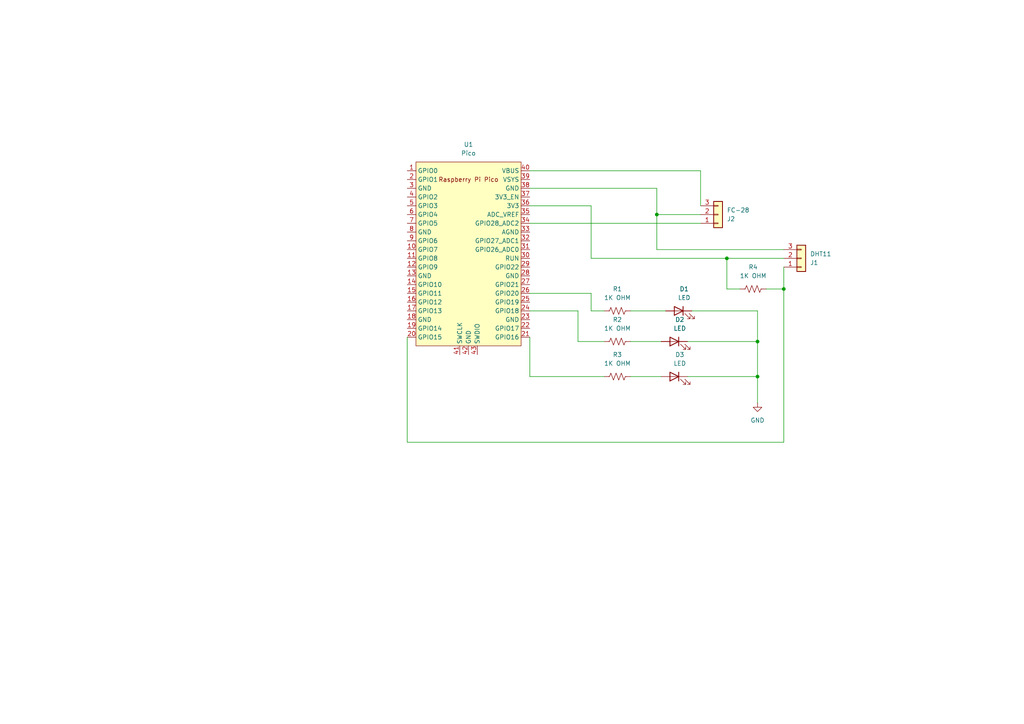
<source format=kicad_sch>
(kicad_sch (version 20230121) (generator eeschema)

  (uuid 6b9ca5d9-902b-4fb8-b4de-9e49acf269ba)

  (paper "A4")

  (lib_symbols
    (symbol "Connector_Generic:Conn_01x03" (pin_names (offset 1.016) hide) (in_bom yes) (on_board yes)
      (property "Reference" "J" (at 0 5.08 0)
        (effects (font (size 1.27 1.27)))
      )
      (property "Value" "Conn_01x03" (at 0 -5.08 0)
        (effects (font (size 1.27 1.27)))
      )
      (property "Footprint" "" (at 0 0 0)
        (effects (font (size 1.27 1.27)) hide)
      )
      (property "Datasheet" "~" (at 0 0 0)
        (effects (font (size 1.27 1.27)) hide)
      )
      (property "ki_keywords" "connector" (at 0 0 0)
        (effects (font (size 1.27 1.27)) hide)
      )
      (property "ki_description" "Generic connector, single row, 01x03, script generated (kicad-library-utils/schlib/autogen/connector/)" (at 0 0 0)
        (effects (font (size 1.27 1.27)) hide)
      )
      (property "ki_fp_filters" "Connector*:*_1x??_*" (at 0 0 0)
        (effects (font (size 1.27 1.27)) hide)
      )
      (symbol "Conn_01x03_1_1"
        (rectangle (start -1.27 -2.413) (end 0 -2.667)
          (stroke (width 0.1524) (type default))
          (fill (type none))
        )
        (rectangle (start -1.27 0.127) (end 0 -0.127)
          (stroke (width 0.1524) (type default))
          (fill (type none))
        )
        (rectangle (start -1.27 2.667) (end 0 2.413)
          (stroke (width 0.1524) (type default))
          (fill (type none))
        )
        (rectangle (start -1.27 3.81) (end 1.27 -3.81)
          (stroke (width 0.254) (type default))
          (fill (type background))
        )
        (pin passive line (at -5.08 2.54 0) (length 3.81)
          (name "Pin_1" (effects (font (size 1.27 1.27))))
          (number "1" (effects (font (size 1.27 1.27))))
        )
        (pin passive line (at -5.08 0 0) (length 3.81)
          (name "Pin_2" (effects (font (size 1.27 1.27))))
          (number "2" (effects (font (size 1.27 1.27))))
        )
        (pin passive line (at -5.08 -2.54 0) (length 3.81)
          (name "Pin_3" (effects (font (size 1.27 1.27))))
          (number "3" (effects (font (size 1.27 1.27))))
        )
      )
    )
    (symbol "Device:LED" (pin_numbers hide) (pin_names (offset 1.016) hide) (in_bom yes) (on_board yes)
      (property "Reference" "D" (at 0 2.54 0)
        (effects (font (size 1.27 1.27)))
      )
      (property "Value" "LED" (at 0 -2.54 0)
        (effects (font (size 1.27 1.27)))
      )
      (property "Footprint" "" (at 0 0 0)
        (effects (font (size 1.27 1.27)) hide)
      )
      (property "Datasheet" "~" (at 0 0 0)
        (effects (font (size 1.27 1.27)) hide)
      )
      (property "ki_keywords" "LED diode" (at 0 0 0)
        (effects (font (size 1.27 1.27)) hide)
      )
      (property "ki_description" "Light emitting diode" (at 0 0 0)
        (effects (font (size 1.27 1.27)) hide)
      )
      (property "ki_fp_filters" "LED* LED_SMD:* LED_THT:*" (at 0 0 0)
        (effects (font (size 1.27 1.27)) hide)
      )
      (symbol "LED_0_1"
        (polyline
          (pts
            (xy -1.27 -1.27)
            (xy -1.27 1.27)
          )
          (stroke (width 0.254) (type default))
          (fill (type none))
        )
        (polyline
          (pts
            (xy -1.27 0)
            (xy 1.27 0)
          )
          (stroke (width 0) (type default))
          (fill (type none))
        )
        (polyline
          (pts
            (xy 1.27 -1.27)
            (xy 1.27 1.27)
            (xy -1.27 0)
            (xy 1.27 -1.27)
          )
          (stroke (width 0.254) (type default))
          (fill (type none))
        )
        (polyline
          (pts
            (xy -3.048 -0.762)
            (xy -4.572 -2.286)
            (xy -3.81 -2.286)
            (xy -4.572 -2.286)
            (xy -4.572 -1.524)
          )
          (stroke (width 0) (type default))
          (fill (type none))
        )
        (polyline
          (pts
            (xy -1.778 -0.762)
            (xy -3.302 -2.286)
            (xy -2.54 -2.286)
            (xy -3.302 -2.286)
            (xy -3.302 -1.524)
          )
          (stroke (width 0) (type default))
          (fill (type none))
        )
      )
      (symbol "LED_1_1"
        (pin passive line (at -3.81 0 0) (length 2.54)
          (name "K" (effects (font (size 1.27 1.27))))
          (number "1" (effects (font (size 1.27 1.27))))
        )
        (pin passive line (at 3.81 0 180) (length 2.54)
          (name "A" (effects (font (size 1.27 1.27))))
          (number "2" (effects (font (size 1.27 1.27))))
        )
      )
    )
    (symbol "Device:R_US" (pin_numbers hide) (pin_names (offset 0)) (in_bom yes) (on_board yes)
      (property "Reference" "R" (at 2.54 0 90)
        (effects (font (size 1.27 1.27)))
      )
      (property "Value" "R_US" (at -2.54 0 90)
        (effects (font (size 1.27 1.27)))
      )
      (property "Footprint" "" (at 1.016 -0.254 90)
        (effects (font (size 1.27 1.27)) hide)
      )
      (property "Datasheet" "~" (at 0 0 0)
        (effects (font (size 1.27 1.27)) hide)
      )
      (property "ki_keywords" "R res resistor" (at 0 0 0)
        (effects (font (size 1.27 1.27)) hide)
      )
      (property "ki_description" "Resistor, US symbol" (at 0 0 0)
        (effects (font (size 1.27 1.27)) hide)
      )
      (property "ki_fp_filters" "R_*" (at 0 0 0)
        (effects (font (size 1.27 1.27)) hide)
      )
      (symbol "R_US_0_1"
        (polyline
          (pts
            (xy 0 -2.286)
            (xy 0 -2.54)
          )
          (stroke (width 0) (type default))
          (fill (type none))
        )
        (polyline
          (pts
            (xy 0 2.286)
            (xy 0 2.54)
          )
          (stroke (width 0) (type default))
          (fill (type none))
        )
        (polyline
          (pts
            (xy 0 -0.762)
            (xy 1.016 -1.143)
            (xy 0 -1.524)
            (xy -1.016 -1.905)
            (xy 0 -2.286)
          )
          (stroke (width 0) (type default))
          (fill (type none))
        )
        (polyline
          (pts
            (xy 0 0.762)
            (xy 1.016 0.381)
            (xy 0 0)
            (xy -1.016 -0.381)
            (xy 0 -0.762)
          )
          (stroke (width 0) (type default))
          (fill (type none))
        )
        (polyline
          (pts
            (xy 0 2.286)
            (xy 1.016 1.905)
            (xy 0 1.524)
            (xy -1.016 1.143)
            (xy 0 0.762)
          )
          (stroke (width 0) (type default))
          (fill (type none))
        )
      )
      (symbol "R_US_1_1"
        (pin passive line (at 0 3.81 270) (length 1.27)
          (name "~" (effects (font (size 1.27 1.27))))
          (number "1" (effects (font (size 1.27 1.27))))
        )
        (pin passive line (at 0 -3.81 90) (length 1.27)
          (name "~" (effects (font (size 1.27 1.27))))
          (number "2" (effects (font (size 1.27 1.27))))
        )
      )
    )
    (symbol "MCU_RaspberryPi_and_Boards:Pico" (in_bom yes) (on_board yes)
      (property "Reference" "U" (at -13.97 27.94 0)
        (effects (font (size 1.27 1.27)))
      )
      (property "Value" "Pico" (at 0 19.05 0)
        (effects (font (size 1.27 1.27)))
      )
      (property "Footprint" "RPi_Pico:RPi_Pico_SMD_TH" (at 0 0 90)
        (effects (font (size 1.27 1.27)) hide)
      )
      (property "Datasheet" "" (at 0 0 0)
        (effects (font (size 1.27 1.27)) hide)
      )
      (symbol "Pico_0_0"
        (text "Raspberry Pi Pico" (at 0 21.59 0)
          (effects (font (size 1.27 1.27)))
        )
      )
      (symbol "Pico_0_1"
        (rectangle (start -15.24 26.67) (end 15.24 -26.67)
          (stroke (width 0) (type default))
          (fill (type background))
        )
      )
      (symbol "Pico_1_1"
        (pin bidirectional line (at -17.78 24.13 0) (length 2.54)
          (name "GPIO0" (effects (font (size 1.27 1.27))))
          (number "1" (effects (font (size 1.27 1.27))))
        )
        (pin bidirectional line (at -17.78 1.27 0) (length 2.54)
          (name "GPIO7" (effects (font (size 1.27 1.27))))
          (number "10" (effects (font (size 1.27 1.27))))
        )
        (pin bidirectional line (at -17.78 -1.27 0) (length 2.54)
          (name "GPIO8" (effects (font (size 1.27 1.27))))
          (number "11" (effects (font (size 1.27 1.27))))
        )
        (pin bidirectional line (at -17.78 -3.81 0) (length 2.54)
          (name "GPIO9" (effects (font (size 1.27 1.27))))
          (number "12" (effects (font (size 1.27 1.27))))
        )
        (pin power_in line (at -17.78 -6.35 0) (length 2.54)
          (name "GND" (effects (font (size 1.27 1.27))))
          (number "13" (effects (font (size 1.27 1.27))))
        )
        (pin bidirectional line (at -17.78 -8.89 0) (length 2.54)
          (name "GPIO10" (effects (font (size 1.27 1.27))))
          (number "14" (effects (font (size 1.27 1.27))))
        )
        (pin bidirectional line (at -17.78 -11.43 0) (length 2.54)
          (name "GPIO11" (effects (font (size 1.27 1.27))))
          (number "15" (effects (font (size 1.27 1.27))))
        )
        (pin bidirectional line (at -17.78 -13.97 0) (length 2.54)
          (name "GPIO12" (effects (font (size 1.27 1.27))))
          (number "16" (effects (font (size 1.27 1.27))))
        )
        (pin bidirectional line (at -17.78 -16.51 0) (length 2.54)
          (name "GPIO13" (effects (font (size 1.27 1.27))))
          (number "17" (effects (font (size 1.27 1.27))))
        )
        (pin power_in line (at -17.78 -19.05 0) (length 2.54)
          (name "GND" (effects (font (size 1.27 1.27))))
          (number "18" (effects (font (size 1.27 1.27))))
        )
        (pin bidirectional line (at -17.78 -21.59 0) (length 2.54)
          (name "GPIO14" (effects (font (size 1.27 1.27))))
          (number "19" (effects (font (size 1.27 1.27))))
        )
        (pin bidirectional line (at -17.78 21.59 0) (length 2.54)
          (name "GPIO1" (effects (font (size 1.27 1.27))))
          (number "2" (effects (font (size 1.27 1.27))))
        )
        (pin bidirectional line (at -17.78 -24.13 0) (length 2.54)
          (name "GPIO15" (effects (font (size 1.27 1.27))))
          (number "20" (effects (font (size 1.27 1.27))))
        )
        (pin bidirectional line (at 17.78 -24.13 180) (length 2.54)
          (name "GPIO16" (effects (font (size 1.27 1.27))))
          (number "21" (effects (font (size 1.27 1.27))))
        )
        (pin bidirectional line (at 17.78 -21.59 180) (length 2.54)
          (name "GPIO17" (effects (font (size 1.27 1.27))))
          (number "22" (effects (font (size 1.27 1.27))))
        )
        (pin power_in line (at 17.78 -19.05 180) (length 2.54)
          (name "GND" (effects (font (size 1.27 1.27))))
          (number "23" (effects (font (size 1.27 1.27))))
        )
        (pin bidirectional line (at 17.78 -16.51 180) (length 2.54)
          (name "GPIO18" (effects (font (size 1.27 1.27))))
          (number "24" (effects (font (size 1.27 1.27))))
        )
        (pin bidirectional line (at 17.78 -13.97 180) (length 2.54)
          (name "GPIO19" (effects (font (size 1.27 1.27))))
          (number "25" (effects (font (size 1.27 1.27))))
        )
        (pin bidirectional line (at 17.78 -11.43 180) (length 2.54)
          (name "GPIO20" (effects (font (size 1.27 1.27))))
          (number "26" (effects (font (size 1.27 1.27))))
        )
        (pin bidirectional line (at 17.78 -8.89 180) (length 2.54)
          (name "GPIO21" (effects (font (size 1.27 1.27))))
          (number "27" (effects (font (size 1.27 1.27))))
        )
        (pin power_in line (at 17.78 -6.35 180) (length 2.54)
          (name "GND" (effects (font (size 1.27 1.27))))
          (number "28" (effects (font (size 1.27 1.27))))
        )
        (pin bidirectional line (at 17.78 -3.81 180) (length 2.54)
          (name "GPIO22" (effects (font (size 1.27 1.27))))
          (number "29" (effects (font (size 1.27 1.27))))
        )
        (pin power_in line (at -17.78 19.05 0) (length 2.54)
          (name "GND" (effects (font (size 1.27 1.27))))
          (number "3" (effects (font (size 1.27 1.27))))
        )
        (pin input line (at 17.78 -1.27 180) (length 2.54)
          (name "RUN" (effects (font (size 1.27 1.27))))
          (number "30" (effects (font (size 1.27 1.27))))
        )
        (pin bidirectional line (at 17.78 1.27 180) (length 2.54)
          (name "GPIO26_ADC0" (effects (font (size 1.27 1.27))))
          (number "31" (effects (font (size 1.27 1.27))))
        )
        (pin bidirectional line (at 17.78 3.81 180) (length 2.54)
          (name "GPIO27_ADC1" (effects (font (size 1.27 1.27))))
          (number "32" (effects (font (size 1.27 1.27))))
        )
        (pin power_in line (at 17.78 6.35 180) (length 2.54)
          (name "AGND" (effects (font (size 1.27 1.27))))
          (number "33" (effects (font (size 1.27 1.27))))
        )
        (pin bidirectional line (at 17.78 8.89 180) (length 2.54)
          (name "GPIO28_ADC2" (effects (font (size 1.27 1.27))))
          (number "34" (effects (font (size 1.27 1.27))))
        )
        (pin power_in line (at 17.78 11.43 180) (length 2.54)
          (name "ADC_VREF" (effects (font (size 1.27 1.27))))
          (number "35" (effects (font (size 1.27 1.27))))
        )
        (pin power_in line (at 17.78 13.97 180) (length 2.54)
          (name "3V3" (effects (font (size 1.27 1.27))))
          (number "36" (effects (font (size 1.27 1.27))))
        )
        (pin input line (at 17.78 16.51 180) (length 2.54)
          (name "3V3_EN" (effects (font (size 1.27 1.27))))
          (number "37" (effects (font (size 1.27 1.27))))
        )
        (pin bidirectional line (at 17.78 19.05 180) (length 2.54)
          (name "GND" (effects (font (size 1.27 1.27))))
          (number "38" (effects (font (size 1.27 1.27))))
        )
        (pin power_in line (at 17.78 21.59 180) (length 2.54)
          (name "VSYS" (effects (font (size 1.27 1.27))))
          (number "39" (effects (font (size 1.27 1.27))))
        )
        (pin bidirectional line (at -17.78 16.51 0) (length 2.54)
          (name "GPIO2" (effects (font (size 1.27 1.27))))
          (number "4" (effects (font (size 1.27 1.27))))
        )
        (pin power_in line (at 17.78 24.13 180) (length 2.54)
          (name "VBUS" (effects (font (size 1.27 1.27))))
          (number "40" (effects (font (size 1.27 1.27))))
        )
        (pin input line (at -2.54 -29.21 90) (length 2.54)
          (name "SWCLK" (effects (font (size 1.27 1.27))))
          (number "41" (effects (font (size 1.27 1.27))))
        )
        (pin power_in line (at 0 -29.21 90) (length 2.54)
          (name "GND" (effects (font (size 1.27 1.27))))
          (number "42" (effects (font (size 1.27 1.27))))
        )
        (pin bidirectional line (at 2.54 -29.21 90) (length 2.54)
          (name "SWDIO" (effects (font (size 1.27 1.27))))
          (number "43" (effects (font (size 1.27 1.27))))
        )
        (pin bidirectional line (at -17.78 13.97 0) (length 2.54)
          (name "GPIO3" (effects (font (size 1.27 1.27))))
          (number "5" (effects (font (size 1.27 1.27))))
        )
        (pin bidirectional line (at -17.78 11.43 0) (length 2.54)
          (name "GPIO4" (effects (font (size 1.27 1.27))))
          (number "6" (effects (font (size 1.27 1.27))))
        )
        (pin bidirectional line (at -17.78 8.89 0) (length 2.54)
          (name "GPIO5" (effects (font (size 1.27 1.27))))
          (number "7" (effects (font (size 1.27 1.27))))
        )
        (pin power_in line (at -17.78 6.35 0) (length 2.54)
          (name "GND" (effects (font (size 1.27 1.27))))
          (number "8" (effects (font (size 1.27 1.27))))
        )
        (pin bidirectional line (at -17.78 3.81 0) (length 2.54)
          (name "GPIO6" (effects (font (size 1.27 1.27))))
          (number "9" (effects (font (size 1.27 1.27))))
        )
      )
    )
    (symbol "power:GND" (power) (pin_names (offset 0)) (in_bom yes) (on_board yes)
      (property "Reference" "#PWR" (at 0 -6.35 0)
        (effects (font (size 1.27 1.27)) hide)
      )
      (property "Value" "GND" (at 0 -3.81 0)
        (effects (font (size 1.27 1.27)))
      )
      (property "Footprint" "" (at 0 0 0)
        (effects (font (size 1.27 1.27)) hide)
      )
      (property "Datasheet" "" (at 0 0 0)
        (effects (font (size 1.27 1.27)) hide)
      )
      (property "ki_keywords" "global power" (at 0 0 0)
        (effects (font (size 1.27 1.27)) hide)
      )
      (property "ki_description" "Power symbol creates a global label with name \"GND\" , ground" (at 0 0 0)
        (effects (font (size 1.27 1.27)) hide)
      )
      (symbol "GND_0_1"
        (polyline
          (pts
            (xy 0 0)
            (xy 0 -1.27)
            (xy 1.27 -1.27)
            (xy 0 -2.54)
            (xy -1.27 -1.27)
            (xy 0 -1.27)
          )
          (stroke (width 0) (type default))
          (fill (type none))
        )
      )
      (symbol "GND_1_1"
        (pin power_in line (at 0 0 270) (length 0) hide
          (name "GND" (effects (font (size 1.27 1.27))))
          (number "1" (effects (font (size 1.27 1.27))))
        )
      )
    )
  )

  (junction (at 210.82 74.93) (diameter 0) (color 0 0 0 0)
    (uuid 05f65396-3224-4112-bee7-b52df50076f6)
  )
  (junction (at 227.33 83.82) (diameter 0) (color 0 0 0 0)
    (uuid 44bc9906-996c-4110-bf6f-1d0ea4b0cb28)
  )
  (junction (at 219.71 99.06) (diameter 0) (color 0 0 0 0)
    (uuid 87ae4cd9-b851-461d-b097-2d32d4bf0c2e)
  )
  (junction (at 219.71 109.22) (diameter 0) (color 0 0 0 0)
    (uuid e4d8d5dc-4bf3-4bde-b467-0880570e4ef4)
  )
  (junction (at 190.5 62.23) (diameter 0) (color 0 0 0 0)
    (uuid ff5bafb0-e923-4d23-819e-dbc1d7043283)
  )

  (wire (pts (xy 190.5 54.61) (xy 190.5 62.23))
    (stroke (width 0) (type default))
    (uuid 25d340d3-ccf1-485a-812a-e25c2ba70ebd)
  )
  (wire (pts (xy 182.88 90.17) (xy 193.04 90.17))
    (stroke (width 0) (type default))
    (uuid 3ce69648-ce2b-4df3-a357-1b2fc9af8637)
  )
  (wire (pts (xy 167.64 90.17) (xy 167.64 99.06))
    (stroke (width 0) (type default))
    (uuid 443d0e67-29ea-481e-b27b-26a74e063fce)
  )
  (wire (pts (xy 153.67 85.09) (xy 171.45 85.09))
    (stroke (width 0) (type default))
    (uuid 470224d8-7376-4e06-b6b5-fce8a92459b1)
  )
  (wire (pts (xy 199.39 99.06) (xy 219.71 99.06))
    (stroke (width 0) (type default))
    (uuid 4f04cbe9-00e6-480f-8d26-b6fb71309da9)
  )
  (wire (pts (xy 210.82 74.93) (xy 227.33 74.93))
    (stroke (width 0) (type default))
    (uuid 5679bbab-922f-46ea-be15-f9aae8cefa67)
  )
  (wire (pts (xy 227.33 72.39) (xy 190.5 72.39))
    (stroke (width 0) (type default))
    (uuid 5ee3a0c3-5ae0-4358-bb77-dfd1c05985f9)
  )
  (wire (pts (xy 171.45 90.17) (xy 175.26 90.17))
    (stroke (width 0) (type default))
    (uuid 78e5b62c-d499-4f50-a497-f0a8e9fa0e58)
  )
  (wire (pts (xy 118.11 128.27) (xy 118.11 97.79))
    (stroke (width 0) (type default))
    (uuid 79151a61-eef4-4a04-9515-5de76688b00f)
  )
  (wire (pts (xy 167.64 99.06) (xy 175.26 99.06))
    (stroke (width 0) (type default))
    (uuid 7fa64828-c681-4a7f-b8d8-914373354ed2)
  )
  (wire (pts (xy 222.25 83.82) (xy 227.33 83.82))
    (stroke (width 0) (type default))
    (uuid 86f3d1b0-3dc5-45a5-abdc-d53748448765)
  )
  (wire (pts (xy 182.88 109.22) (xy 191.77 109.22))
    (stroke (width 0) (type default))
    (uuid 8e6093c7-acca-4538-85f9-9a12e1eda32c)
  )
  (wire (pts (xy 227.33 77.47) (xy 227.33 83.82))
    (stroke (width 0) (type default))
    (uuid 9444f489-e36d-4fe2-ae4e-c63974b9d230)
  )
  (wire (pts (xy 219.71 90.17) (xy 219.71 99.06))
    (stroke (width 0) (type default))
    (uuid 95859e69-4f67-4c98-8b15-19564bf8e84d)
  )
  (wire (pts (xy 203.2 49.53) (xy 203.2 59.69))
    (stroke (width 0) (type default))
    (uuid 979a71dd-e73f-4361-80d4-f9fec0baf748)
  )
  (wire (pts (xy 171.45 74.93) (xy 171.45 59.69))
    (stroke (width 0) (type default))
    (uuid aba214ce-c737-4e34-8e5d-7248b94e2723)
  )
  (wire (pts (xy 153.67 109.22) (xy 153.67 97.79))
    (stroke (width 0) (type default))
    (uuid af91fcdd-a79e-4121-89b9-b4c60d75eaec)
  )
  (wire (pts (xy 210.82 74.93) (xy 210.82 83.82))
    (stroke (width 0) (type default))
    (uuid b4e8c096-2b9e-45db-95bf-d94dea8f1f98)
  )
  (wire (pts (xy 171.45 85.09) (xy 171.45 90.17))
    (stroke (width 0) (type default))
    (uuid b9637971-df4a-420e-8d35-0d7903bc49d5)
  )
  (wire (pts (xy 219.71 109.22) (xy 219.71 116.84))
    (stroke (width 0) (type default))
    (uuid b96bd234-e5c5-4553-af15-c174e1792097)
  )
  (wire (pts (xy 219.71 99.06) (xy 219.71 109.22))
    (stroke (width 0) (type default))
    (uuid bb86669a-62d7-41d7-87bb-19b4cb914f36)
  )
  (wire (pts (xy 191.77 99.06) (xy 182.88 99.06))
    (stroke (width 0) (type default))
    (uuid bbeb8d9a-a663-488e-84c2-ac6046245198)
  )
  (wire (pts (xy 210.82 74.93) (xy 171.45 74.93))
    (stroke (width 0) (type default))
    (uuid c2612eec-f239-47cf-ab64-28ff7f6b59b9)
  )
  (wire (pts (xy 153.67 49.53) (xy 203.2 49.53))
    (stroke (width 0) (type default))
    (uuid cc025d0d-d6c0-4b79-bd6c-22d8fbac2bcd)
  )
  (wire (pts (xy 199.39 109.22) (xy 219.71 109.22))
    (stroke (width 0) (type default))
    (uuid d41e619e-eb54-4923-9376-7bb608c59b42)
  )
  (wire (pts (xy 175.26 109.22) (xy 153.67 109.22))
    (stroke (width 0) (type default))
    (uuid d8be3cc4-b4ef-4391-a601-e6b87f5e0902)
  )
  (wire (pts (xy 153.67 54.61) (xy 190.5 54.61))
    (stroke (width 0) (type default))
    (uuid e04bfaea-1b61-477d-9a76-9ca2f1c0534e)
  )
  (wire (pts (xy 190.5 72.39) (xy 190.5 62.23))
    (stroke (width 0) (type default))
    (uuid e25f56aa-f449-4195-b97a-366cda191950)
  )
  (wire (pts (xy 153.67 90.17) (xy 167.64 90.17))
    (stroke (width 0) (type default))
    (uuid e41807e1-2ea1-42aa-ae03-f25bbcbbbdb5)
  )
  (wire (pts (xy 210.82 83.82) (xy 214.63 83.82))
    (stroke (width 0) (type default))
    (uuid e43cbf76-15b1-45aa-8aa8-89ca65fe07b3)
  )
  (wire (pts (xy 190.5 62.23) (xy 203.2 62.23))
    (stroke (width 0) (type default))
    (uuid ec15fb78-94de-47c1-b34b-c325430ed8bf)
  )
  (wire (pts (xy 227.33 128.27) (xy 118.11 128.27))
    (stroke (width 0) (type default))
    (uuid ee5225aa-e2e0-401a-bf12-99e851933b7e)
  )
  (wire (pts (xy 200.66 90.17) (xy 219.71 90.17))
    (stroke (width 0) (type default))
    (uuid f04d71f4-6276-4b75-84a9-db6e88c99c1d)
  )
  (wire (pts (xy 227.33 83.82) (xy 227.33 128.27))
    (stroke (width 0) (type default))
    (uuid f4e89bcc-6077-43df-be42-dd1fed205770)
  )
  (wire (pts (xy 153.67 64.77) (xy 203.2 64.77))
    (stroke (width 0) (type default))
    (uuid f6653163-aa3a-47d3-807a-214a343a72d7)
  )
  (wire (pts (xy 171.45 59.69) (xy 153.67 59.69))
    (stroke (width 0) (type default))
    (uuid fb8727f1-42bc-4af0-be08-f364a2ba5717)
  )

  (symbol (lib_id "Device:R_US") (at 218.44 83.82 270) (unit 1)
    (in_bom yes) (on_board yes) (dnp no) (fields_autoplaced)
    (uuid 22b888fd-2dfe-42df-89ee-903a3aa54730)
    (property "Reference" "R4" (at 218.44 77.47 90)
      (effects (font (size 1.27 1.27)))
    )
    (property "Value" "1K OHM" (at 218.44 80.01 90)
      (effects (font (size 1.27 1.27)))
    )
    (property "Footprint" "Resistor_SMD:R_1206_3216Metric_Pad1.30x1.75mm_HandSolder" (at 218.186 84.836 90)
      (effects (font (size 1.27 1.27)) hide)
    )
    (property "Datasheet" "~" (at 218.44 83.82 0)
      (effects (font (size 1.27 1.27)) hide)
    )
    (pin "1" (uuid 3967080e-026c-4157-84bc-dfe1e5ee58e0))
    (pin "2" (uuid 25bd59ee-1353-40e3-99aa-de5a78bc5a5d))
    (instances
      (project "Placa-Miragüa-v1.0"
        (path "/6b9ca5d9-902b-4fb8-b4de-9e49acf269ba"
          (reference "R4") (unit 1)
        )
      )
    )
  )

  (symbol (lib_id "Device:LED") (at 195.58 99.06 0) (mirror y) (unit 1)
    (in_bom yes) (on_board yes) (dnp no) (fields_autoplaced)
    (uuid 2712b7f7-dba4-4faf-86de-f927f87b9252)
    (property "Reference" "D2" (at 197.1675 92.71 0)
      (effects (font (size 1.27 1.27)))
    )
    (property "Value" "LED" (at 197.1675 95.25 0)
      (effects (font (size 1.27 1.27)))
    )
    (property "Footprint" "LED_SMD:LED_1210_3225Metric_Pad1.42x2.65mm_HandSolder" (at 195.58 99.06 0)
      (effects (font (size 1.27 1.27)) hide)
    )
    (property "Datasheet" "~" (at 195.58 99.06 0)
      (effects (font (size 1.27 1.27)) hide)
    )
    (pin "1" (uuid 09fee969-0765-461f-8542-8ea1a5c69f8c))
    (pin "2" (uuid 2a8496c4-d7be-4d11-bd94-bdb4049d1fd4))
    (instances
      (project "Placa-Miragüa-v1.0"
        (path "/6b9ca5d9-902b-4fb8-b4de-9e49acf269ba"
          (reference "D2") (unit 1)
        )
      )
    )
  )

  (symbol (lib_id "Connector_Generic:Conn_01x03") (at 232.41 74.93 0) (mirror x) (unit 1)
    (in_bom yes) (on_board yes) (dnp no)
    (uuid 37794471-d1ec-4384-b281-da39e731086c)
    (property "Reference" "J1" (at 234.95 76.2 0)
      (effects (font (size 1.27 1.27)) (justify left))
    )
    (property "Value" "DHT11" (at 234.95 73.66 0)
      (effects (font (size 1.27 1.27)) (justify left))
    )
    (property "Footprint" "TerminalBlock:TerminalBlock_bornier-3_P5.08mm" (at 232.41 74.93 0)
      (effects (font (size 1.27 1.27)) hide)
    )
    (property "Datasheet" "~" (at 232.41 74.93 0)
      (effects (font (size 1.27 1.27)) hide)
    )
    (pin "1" (uuid 81091ecd-6efe-44b1-987a-bdcd63e0ceed))
    (pin "3" (uuid 377e98c4-4854-4c96-a267-7586983f5943))
    (pin "2" (uuid e34619cb-9ede-42aa-9b27-b7ca5998f875))
    (instances
      (project "Placa-Miragüa-v1.0"
        (path "/6b9ca5d9-902b-4fb8-b4de-9e49acf269ba"
          (reference "J1") (unit 1)
        )
      )
    )
  )

  (symbol (lib_id "Device:LED") (at 196.85 90.17 0) (mirror y) (unit 1)
    (in_bom yes) (on_board yes) (dnp no) (fields_autoplaced)
    (uuid 596361f0-7e5b-4770-acf5-0408552f5e37)
    (property "Reference" "D1" (at 198.4375 83.82 0)
      (effects (font (size 1.27 1.27)))
    )
    (property "Value" "LED" (at 198.4375 86.36 0)
      (effects (font (size 1.27 1.27)))
    )
    (property "Footprint" "LED_SMD:LED_1210_3225Metric_Pad1.42x2.65mm_HandSolder" (at 196.85 90.17 0)
      (effects (font (size 1.27 1.27)) hide)
    )
    (property "Datasheet" "~" (at 196.85 90.17 0)
      (effects (font (size 1.27 1.27)) hide)
    )
    (pin "1" (uuid 06d4fd04-3ba4-4f8f-8e90-f3aaccc74e93))
    (pin "2" (uuid 5f366880-6280-4c15-ad8d-2aac2e9c37fe))
    (instances
      (project "Placa-Miragüa-v1.0"
        (path "/6b9ca5d9-902b-4fb8-b4de-9e49acf269ba"
          (reference "D1") (unit 1)
        )
      )
    )
  )

  (symbol (lib_id "Device:R_US") (at 179.07 90.17 270) (unit 1)
    (in_bom yes) (on_board yes) (dnp no) (fields_autoplaced)
    (uuid 7a903a52-d48e-4a9d-9dd5-e7c024b1d681)
    (property "Reference" "R1" (at 179.07 83.82 90)
      (effects (font (size 1.27 1.27)))
    )
    (property "Value" "1K OHM" (at 179.07 86.36 90)
      (effects (font (size 1.27 1.27)))
    )
    (property "Footprint" "Resistor_SMD:R_1206_3216Metric_Pad1.30x1.75mm_HandSolder" (at 178.816 91.186 90)
      (effects (font (size 1.27 1.27)) hide)
    )
    (property "Datasheet" "~" (at 179.07 90.17 0)
      (effects (font (size 1.27 1.27)) hide)
    )
    (pin "1" (uuid 4137e759-0ff5-4396-9e30-d34082955bec))
    (pin "2" (uuid 6807ea96-cfea-462b-8c26-864209d25369))
    (instances
      (project "Placa-Miragüa-v1.0"
        (path "/6b9ca5d9-902b-4fb8-b4de-9e49acf269ba"
          (reference "R1") (unit 1)
        )
      )
    )
  )

  (symbol (lib_id "MCU_RaspberryPi_and_Boards:Pico") (at 135.89 73.66 0) (unit 1)
    (in_bom yes) (on_board yes) (dnp no) (fields_autoplaced)
    (uuid 8b963170-25ef-4094-8fe1-5957dad684b1)
    (property "Reference" "U1" (at 135.89 41.91 0)
      (effects (font (size 1.27 1.27)))
    )
    (property "Value" "Pico" (at 135.89 44.45 0)
      (effects (font (size 1.27 1.27)))
    )
    (property "Footprint" "Librerias-RPI:RPi_Pico_SMD_TH" (at 135.89 73.66 90)
      (effects (font (size 1.27 1.27)) hide)
    )
    (property "Datasheet" "" (at 135.89 73.66 0)
      (effects (font (size 1.27 1.27)) hide)
    )
    (pin "6" (uuid f3d9134b-5088-4832-ba73-97e37893f8ac))
    (pin "2" (uuid 6c37df00-66c6-4276-b4ab-fb8b21385ff2))
    (pin "17" (uuid 97a4bff0-f219-4be9-b94b-b724701d8a1a))
    (pin "24" (uuid a6d78c85-5844-4a94-9ef1-77bcaa2cb8b9))
    (pin "8" (uuid 9ff385a5-5ee3-417c-8ade-99fba93c6222))
    (pin "20" (uuid 0e5cbea6-1977-419b-ac6a-86ee9182a5b4))
    (pin "15" (uuid a7ebcf9e-89f5-4b1b-b603-d8172ae73a9c))
    (pin "21" (uuid 2f269afa-056b-4619-bc7c-17c278943fbc))
    (pin "13" (uuid 438aba47-7dc4-4b67-8678-a4f891a8d52c))
    (pin "31" (uuid 4f5203d8-fcc1-4432-89ec-29841a2c815b))
    (pin "36" (uuid 928a794c-94c0-40a4-8f0b-3e7482ab1568))
    (pin "38" (uuid eb72efc4-24da-4968-b933-0fee5e6d5437))
    (pin "1" (uuid f3f3a5d0-ca3d-4b81-a28d-b9bca7cd9913))
    (pin "11" (uuid 4a54d921-a05d-4e3a-b202-4c69e85fb427))
    (pin "39" (uuid c86727c0-35b2-4aa6-8e79-fcd52dea3d8e))
    (pin "30" (uuid 5b7c72be-8be4-4f0e-81d0-a10ad7078a20))
    (pin "41" (uuid 7e6b64af-1314-48f0-bf76-57ec548a473b))
    (pin "4" (uuid c2b8fd29-23d5-422b-868b-593bde564202))
    (pin "29" (uuid 24773f6c-7d62-4520-9e0b-00397a690406))
    (pin "3" (uuid b605d99f-4a85-43b4-95f7-637de0e3e634))
    (pin "40" (uuid a1fb80cc-041a-4e1a-ba62-20af56bfeca7))
    (pin "14" (uuid 7708eca9-398a-4424-bd88-c36203625e3c))
    (pin "32" (uuid 4d20af88-41a0-4ad7-80c7-77f6b39b27e7))
    (pin "22" (uuid ee069746-2abf-4f9c-98d2-f816b0c6e247))
    (pin "28" (uuid 18f357dc-7e1b-4b24-ba4a-5c4b133252a0))
    (pin "7" (uuid cfb733ef-ac13-424a-a93d-aa70296ff6cd))
    (pin "10" (uuid ca2376b2-7a61-4005-a1ec-87f48d63c0f8))
    (pin "37" (uuid 75b3bc7c-c64d-45a3-92f2-8d68e9eed380))
    (pin "9" (uuid e1aebf6f-7fbb-44e6-bf9c-d6fb6d8c9e1b))
    (pin "12" (uuid 1fad1cf4-0eb8-49c1-8c19-1ef1b6d44cda))
    (pin "27" (uuid 19ea4fc3-e8eb-46a6-be9a-63c310f622c1))
    (pin "35" (uuid 37bb742b-b03e-4cf7-bf25-30f38d977fb8))
    (pin "5" (uuid f66a5b8e-5c6e-490a-8cc7-d01adebf74ec))
    (pin "23" (uuid 5a602a7f-6d7e-4385-aaf5-51b541b2cb20))
    (pin "25" (uuid c734714c-2e90-4ec5-b9ba-1771cb67490f))
    (pin "43" (uuid b2d70db6-3cc2-4b1b-acd8-15440557c9b7))
    (pin "19" (uuid 65c9913e-a402-4de2-a54f-591b7e2fca2e))
    (pin "16" (uuid 9a353c0a-e3c0-4207-8038-04b29bb69e4d))
    (pin "33" (uuid 8590c895-6cc7-4882-9088-a3c7eb0c9e07))
    (pin "26" (uuid 416fe9dd-d0c1-4e5c-a8f6-97fc62c559b3))
    (pin "34" (uuid 5b0e35ad-790e-493d-a0e8-d5a655330ba6))
    (pin "18" (uuid 3ea79cb6-849e-4707-a439-adcc31541325))
    (pin "42" (uuid a7a02732-36f1-4f05-a312-5ce74c40a112))
    (instances
      (project "Placa-Miragüa-v1.0"
        (path "/6b9ca5d9-902b-4fb8-b4de-9e49acf269ba"
          (reference "U1") (unit 1)
        )
      )
    )
  )

  (symbol (lib_id "Device:LED") (at 195.58 109.22 0) (mirror y) (unit 1)
    (in_bom yes) (on_board yes) (dnp no) (fields_autoplaced)
    (uuid 9287b3f2-94ee-4379-a255-9606656ea1e5)
    (property "Reference" "D3" (at 197.1675 102.87 0)
      (effects (font (size 1.27 1.27)))
    )
    (property "Value" "LED" (at 197.1675 105.41 0)
      (effects (font (size 1.27 1.27)))
    )
    (property "Footprint" "LED_SMD:LED_1210_3225Metric_Pad1.42x2.65mm_HandSolder" (at 195.58 109.22 0)
      (effects (font (size 1.27 1.27)) hide)
    )
    (property "Datasheet" "~" (at 195.58 109.22 0)
      (effects (font (size 1.27 1.27)) hide)
    )
    (pin "1" (uuid f5572d5d-e843-4455-8bec-99fd6ec4e2a9))
    (pin "2" (uuid b1221121-f1f6-4b24-a1b7-21d992e76fd2))
    (instances
      (project "Placa-Miragüa-v1.0"
        (path "/6b9ca5d9-902b-4fb8-b4de-9e49acf269ba"
          (reference "D3") (unit 1)
        )
      )
    )
  )

  (symbol (lib_id "Device:R_US") (at 179.07 109.22 270) (unit 1)
    (in_bom yes) (on_board yes) (dnp no) (fields_autoplaced)
    (uuid 9f331f43-71af-48d9-8fb1-2356567aaa23)
    (property "Reference" "R3" (at 179.07 102.87 90)
      (effects (font (size 1.27 1.27)))
    )
    (property "Value" "1K OHM" (at 179.07 105.41 90)
      (effects (font (size 1.27 1.27)))
    )
    (property "Footprint" "Resistor_SMD:R_1206_3216Metric_Pad1.30x1.75mm_HandSolder" (at 178.816 110.236 90)
      (effects (font (size 1.27 1.27)) hide)
    )
    (property "Datasheet" "~" (at 179.07 109.22 0)
      (effects (font (size 1.27 1.27)) hide)
    )
    (pin "1" (uuid 274b39e9-def5-4b96-b764-674853a0513a))
    (pin "2" (uuid abfe5972-d275-4778-9f0c-7ed24a84b1c4))
    (instances
      (project "Placa-Miragüa-v1.0"
        (path "/6b9ca5d9-902b-4fb8-b4de-9e49acf269ba"
          (reference "R3") (unit 1)
        )
      )
    )
  )

  (symbol (lib_id "power:GND") (at -52.07 135.89 0) (unit 1)
    (in_bom yes) (on_board yes) (dnp no) (fields_autoplaced)
    (uuid b2d5449f-d893-4416-807e-a86ef45e1fa5)
    (property "Reference" "#PWR01" (at -52.07 142.24 0)
      (effects (font (size 1.27 1.27)) hide)
    )
    (property "Value" "GND" (at -52.07 140.97 0)
      (effects (font (size 1.27 1.27)))
    )
    (property "Footprint" "" (at -52.07 135.89 0)
      (effects (font (size 1.27 1.27)) hide)
    )
    (property "Datasheet" "" (at -52.07 135.89 0)
      (effects (font (size 1.27 1.27)) hide)
    )
    (pin "1" (uuid 9c5d41c0-d3bd-4814-83fc-e75b1a794b56))
    (instances
      (project "Placa-Miragüa-v1.0"
        (path "/6b9ca5d9-902b-4fb8-b4de-9e49acf269ba"
          (reference "#PWR01") (unit 1)
        )
      )
    )
  )

  (symbol (lib_id "Connector_Generic:Conn_01x03") (at 208.28 62.23 0) (mirror x) (unit 1)
    (in_bom yes) (on_board yes) (dnp no)
    (uuid b6e6b968-a804-4386-9f73-fa2e51935adf)
    (property "Reference" "J2" (at 210.82 63.5 0)
      (effects (font (size 1.27 1.27)) (justify left))
    )
    (property "Value" "FC-28" (at 210.82 60.96 0)
      (effects (font (size 1.27 1.27)) (justify left))
    )
    (property "Footprint" "TerminalBlock:TerminalBlock_bornier-3_P5.08mm" (at 208.28 62.23 0)
      (effects (font (size 1.27 1.27)) hide)
    )
    (property "Datasheet" "~" (at 208.28 62.23 0)
      (effects (font (size 1.27 1.27)) hide)
    )
    (pin "1" (uuid 0b3dd560-0925-4503-988b-b114b3c75b96))
    (pin "3" (uuid 2f89a3e1-5e99-4efd-9479-f8d5a9c913ec))
    (pin "2" (uuid 7cee2e18-d1ff-46fd-8263-76060b661f6d))
    (instances
      (project "Placa-Miragüa-v1.0"
        (path "/6b9ca5d9-902b-4fb8-b4de-9e49acf269ba"
          (reference "J2") (unit 1)
        )
      )
    )
  )

  (symbol (lib_id "power:GND") (at 219.71 116.84 0) (unit 1)
    (in_bom yes) (on_board yes) (dnp no) (fields_autoplaced)
    (uuid defbb41f-b020-4f2c-b5a6-5e2febccd7e6)
    (property "Reference" "#PWR02" (at 219.71 123.19 0)
      (effects (font (size 1.27 1.27)) hide)
    )
    (property "Value" "GND" (at 219.71 121.92 0)
      (effects (font (size 1.27 1.27)))
    )
    (property "Footprint" "" (at 219.71 116.84 0)
      (effects (font (size 1.27 1.27)) hide)
    )
    (property "Datasheet" "" (at 219.71 116.84 0)
      (effects (font (size 1.27 1.27)) hide)
    )
    (pin "1" (uuid 597b311a-87f7-4982-a5bf-408874539c77))
    (instances
      (project "Placa-Miragüa-v1.0"
        (path "/6b9ca5d9-902b-4fb8-b4de-9e49acf269ba"
          (reference "#PWR02") (unit 1)
        )
      )
    )
  )

  (symbol (lib_id "Device:R_US") (at 179.07 99.06 270) (unit 1)
    (in_bom yes) (on_board yes) (dnp no) (fields_autoplaced)
    (uuid f167a92e-4bc2-4dc6-8d67-17fd9507e6b2)
    (property "Reference" "R2" (at 179.07 92.71 90)
      (effects (font (size 1.27 1.27)))
    )
    (property "Value" "1K OHM" (at 179.07 95.25 90)
      (effects (font (size 1.27 1.27)))
    )
    (property "Footprint" "Resistor_SMD:R_1206_3216Metric_Pad1.30x1.75mm_HandSolder" (at 178.816 100.076 90)
      (effects (font (size 1.27 1.27)) hide)
    )
    (property "Datasheet" "~" (at 179.07 99.06 0)
      (effects (font (size 1.27 1.27)) hide)
    )
    (pin "1" (uuid 6b51e36d-f1b9-45d1-b0d7-9341fd68f0e0))
    (pin "2" (uuid 0e16a4fb-58fb-4fc5-a5c3-a3d03c40b95e))
    (instances
      (project "Placa-Miragüa-v1.0"
        (path "/6b9ca5d9-902b-4fb8-b4de-9e49acf269ba"
          (reference "R2") (unit 1)
        )
      )
    )
  )

  (sheet_instances
    (path "/" (page "1"))
  )
)

</source>
